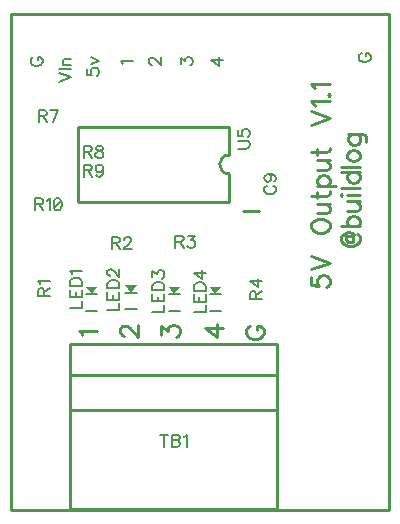
<source format=gbr>
G04 DipTrace 4.0.0.2*
G04 TopSilk.gbr*
%MOIN*%
G04 #@! TF.FileFunction,Legend,Top*
G04 #@! TF.Part,Single*
%ADD10C,0.009843*%
%ADD20C,0.005906*%
%ADD55C,0.006176*%
%ADD56C,0.009264*%
%FSLAX26Y26*%
G04*
G70*
G90*
G75*
G01*
G04 TopSilk*
%LPD*%
X1219271Y1389939D2*
D10*
X1168129D1*
G36*
X662449Y1112449D2*
X681200Y1137449D1*
X643699D1*
D1*
X662449Y1112449D1*
G37*
X681200D2*
D20*
X643699D1*
X681200Y1056199D2*
X643699D1*
G36*
X793700Y1118700D2*
X812451Y1143700D1*
X774949D1*
D1*
X793700Y1118700D1*
G37*
X812451D2*
D20*
X774949D1*
X812451Y1062449D2*
X774949D1*
G36*
X937451Y1112449D2*
X956201Y1137449D1*
X918700D1*
D1*
X937451Y1112449D1*
G37*
X956201D2*
D20*
X918700D1*
X956201Y1056199D2*
X918700D1*
G36*
X1074949Y1112449D2*
X1093700Y1137449D1*
X1056199D1*
D1*
X1074949Y1112449D1*
G37*
X1093700D2*
D20*
X1056199D1*
X1093700Y1056199D2*
X1056199D1*
X393700Y2047243D2*
D10*
Y393700D1*
X1653543D1*
Y2047243D1*
X393700D1*
X590550Y842495D2*
Y728346D1*
X1279527D1*
Y842495D1*
X590550D1*
Y948818D2*
Y397637D1*
X1279527D1*
Y948818D1*
X590550D1*
X1120645Y1671658D2*
X616755D1*
X1120645Y1419691D2*
X616755D1*
Y1671658D2*
Y1419691D1*
X1120645Y1671658D2*
Y1577182D1*
Y1514167D2*
Y1419691D1*
Y1577182D2*
G03X1120645Y1514167I65J-31507D01*
G01*
X1395172Y1171336D2*
D56*
Y1142685D1*
X1420972Y1139833D1*
X1418120Y1142685D1*
X1415202Y1151307D1*
Y1159862D1*
X1418120Y1168484D1*
X1423824Y1174255D1*
X1432446Y1177106D1*
X1438149D1*
X1446772Y1174255D1*
X1452542Y1168484D1*
X1455394Y1159862D1*
Y1151307D1*
X1452542Y1142685D1*
X1449623Y1139833D1*
X1443920Y1136914D1*
X1395106Y1195634D2*
X1455394Y1218581D1*
X1395106Y1241529D1*
Y1335622D2*
X1397957Y1329852D1*
X1403728Y1324148D1*
X1409431Y1321230D1*
X1418053Y1318378D1*
X1432446D1*
X1441001Y1321230D1*
X1446772Y1324148D1*
X1452475Y1329852D1*
X1455394Y1335622D1*
Y1347096D1*
X1452475Y1352799D1*
X1446772Y1358570D1*
X1441001Y1361422D1*
X1432446Y1364273D1*
X1418053D1*
X1409431Y1361422D1*
X1403728Y1358570D1*
X1397957Y1352799D1*
X1395106Y1347096D1*
Y1335622D1*
X1415202Y1382801D2*
X1443920D1*
X1452475Y1385652D1*
X1455394Y1391423D1*
Y1400045D1*
X1452475Y1405748D1*
X1443920Y1414371D1*
X1415202D2*
X1455394D1*
X1395106Y1441520D2*
X1443920D1*
X1452475Y1444372D1*
X1455394Y1450142D1*
Y1455846D1*
X1415202Y1432898D2*
Y1452994D1*
Y1474373D2*
X1475490D1*
X1423824D2*
X1418120Y1480143D1*
X1415202Y1485847D1*
Y1494469D1*
X1418120Y1500239D1*
X1423824Y1505943D1*
X1432446Y1508861D1*
X1438216D1*
X1446772Y1505943D1*
X1452542Y1500239D1*
X1455394Y1494469D1*
Y1485847D1*
X1452542Y1480143D1*
X1446772Y1474373D1*
X1415202Y1527388D2*
X1443920D1*
X1452475Y1530240D1*
X1455394Y1536010D1*
Y1544632D1*
X1452475Y1550336D1*
X1443920Y1558958D1*
X1415202D2*
X1455394D1*
X1395106Y1586107D2*
X1443920D1*
X1452475Y1588959D1*
X1455394Y1594729D1*
Y1600433D1*
X1415202Y1577485D2*
Y1597581D1*
X1395106Y1677281D2*
X1455394Y1700229D1*
X1395106Y1723177D1*
X1406646Y1741704D2*
X1403728Y1747474D1*
X1395172Y1756096D1*
X1455394D1*
X1449623Y1777475D2*
X1452542Y1774623D1*
X1455394Y1777475D1*
X1452542Y1780393D1*
X1449623Y1777475D1*
X1406646Y1798921D2*
X1403728Y1804691D1*
X1395172Y1813313D1*
X1455394D1*
X1509495Y1305984D2*
Y1297362D1*
X1512347Y1291659D1*
X1515199Y1288740D1*
X1520969Y1285888D1*
X1532443D1*
X1535295Y1288740D1*
Y1294510D1*
X1532443Y1305984D1*
X1538147Y1308836D1*
Y1311688D1*
X1532443Y1317458D1*
X1518117Y1320310D1*
X1509495Y1317458D1*
X1503725Y1314606D1*
X1498021Y1308836D1*
X1495169Y1303133D1*
Y1291659D1*
X1498021Y1285888D1*
X1503725Y1280185D1*
X1509495Y1277266D1*
X1518117Y1274414D1*
X1532443D1*
X1541065Y1277266D1*
X1546769Y1280185D1*
X1552539Y1285888D1*
X1555391Y1291659D1*
Y1303133D1*
X1552539Y1308836D1*
X1546769Y1314606D1*
X1506643Y1305984D2*
X1532443D1*
X1495103Y1338837D2*
X1555391D1*
X1523821D2*
X1518051Y1344608D1*
X1515199Y1350311D1*
Y1358933D1*
X1518051Y1364637D1*
X1523821Y1370407D1*
X1532443Y1373259D1*
X1538147D1*
X1546769Y1370407D1*
X1552473Y1364637D1*
X1555391Y1358933D1*
Y1350311D1*
X1552473Y1344608D1*
X1546769Y1338837D1*
X1515199Y1391786D2*
X1543917D1*
X1552473Y1394638D1*
X1555391Y1400408D1*
Y1409030D1*
X1552473Y1414734D1*
X1543917Y1423356D1*
X1515199D2*
X1555391D1*
X1495103Y1441883D2*
X1497955Y1444735D1*
X1495103Y1447654D1*
X1492185Y1444735D1*
X1495103Y1441883D1*
X1515199Y1444735D2*
X1555391D1*
X1495103Y1466181D2*
X1555391D1*
X1495103Y1519130D2*
X1555391D1*
X1523821D2*
X1518051Y1513426D1*
X1515199Y1507656D1*
Y1499034D1*
X1518051Y1493330D1*
X1523821Y1487560D1*
X1532443Y1484708D1*
X1538147D1*
X1546769Y1487560D1*
X1552473Y1493330D1*
X1555391Y1499034D1*
Y1507656D1*
X1552473Y1513426D1*
X1546769Y1519130D1*
X1495103Y1537657D2*
X1555391D1*
X1515199Y1570510D2*
X1518051Y1564806D1*
X1523821Y1559036D1*
X1532443Y1556184D1*
X1538147D1*
X1546769Y1559036D1*
X1552473Y1564806D1*
X1555391Y1570510D1*
Y1579132D1*
X1552473Y1584902D1*
X1546769Y1590606D1*
X1538147Y1593524D1*
X1532443D1*
X1523821Y1590606D1*
X1518051Y1584902D1*
X1515199Y1579132D1*
Y1570510D1*
X1518051Y1646473D2*
X1564013D1*
X1572569Y1643621D1*
X1575487Y1640769D1*
X1578339Y1634999D1*
Y1626377D1*
X1575487Y1620673D1*
X1526673Y1646473D2*
X1520969Y1640769D1*
X1518051Y1634999D1*
Y1626377D1*
X1520969Y1620673D1*
X1526673Y1614903D1*
X1535295Y1612051D1*
X1541065D1*
X1549621Y1614903D1*
X1555391Y1620673D1*
X1558243Y1626377D1*
Y1634999D1*
X1555391Y1640769D1*
X1549621Y1646473D1*
X1562243Y1915757D2*
D55*
X1558440Y1913855D1*
X1554593Y1910009D1*
X1552692Y1906206D1*
Y1898557D1*
X1554593Y1894710D1*
X1558440Y1890908D1*
X1562243Y1888962D1*
X1567991Y1887061D1*
X1577586D1*
X1583289Y1888962D1*
X1587136Y1890908D1*
X1590939Y1894710D1*
X1592884Y1898557D1*
Y1906206D1*
X1590939Y1910009D1*
X1587136Y1913855D1*
X1583289Y1915757D1*
X1577586D1*
Y1906206D1*
X646536Y1864112D2*
Y1845011D1*
X663735Y1843110D1*
X661834Y1845011D1*
X659889Y1850759D1*
Y1856463D1*
X661834Y1862211D1*
X665637Y1866058D1*
X671385Y1867959D1*
X675187D1*
X680935Y1866058D1*
X684782Y1862211D1*
X686683Y1856463D1*
Y1850759D1*
X684782Y1845011D1*
X682837Y1843110D1*
X679034Y1841164D1*
X659889Y1880311D2*
X686683Y1891807D1*
X659889Y1903258D1*
X468542Y1903257D2*
X464739Y1901355D1*
X460893Y1897509D1*
X458991Y1893706D1*
Y1886057D1*
X460893Y1882210D1*
X464739Y1878408D1*
X468542Y1876462D1*
X474290Y1874561D1*
X483885D1*
X489589Y1876462D1*
X493435Y1878408D1*
X497238Y1882210D1*
X499183Y1886057D1*
Y1893706D1*
X497238Y1897509D1*
X493435Y1901355D1*
X489589Y1903257D1*
X483885D1*
Y1893706D1*
X766685Y1881162D2*
X764739Y1885009D1*
X759036Y1890757D1*
X799183D1*
X862337Y1878408D2*
X860436D1*
X856589Y1880309D1*
X854688Y1882210D1*
X852786Y1886057D1*
Y1893706D1*
X854688Y1897509D1*
X856589Y1899410D1*
X860436Y1901356D1*
X864238D1*
X868085Y1899410D1*
X873789Y1895608D1*
X892934Y1876462D1*
Y1903257D1*
X959036Y1880309D2*
Y1901312D1*
X974334Y1889860D1*
Y1895608D1*
X976235Y1899410D1*
X978137Y1901312D1*
X983885Y1903257D1*
X987687D1*
X993435Y1901312D1*
X997282Y1897509D1*
X999183Y1891761D1*
Y1886013D1*
X997282Y1880309D1*
X995337Y1878408D1*
X991534Y1876462D1*
X1099183Y1893706D2*
X1059036D1*
X1085786Y1874561D1*
Y1903257D1*
X552742Y1820661D2*
X592934Y1835959D1*
X552742Y1851258D1*
Y1863609D2*
X592934D1*
X566139Y1875961D2*
X592934D1*
X573789D2*
X568041Y1881709D1*
X566139Y1885555D1*
Y1891259D1*
X568041Y1895106D1*
X573789Y1897007D1*
X592934D1*
X631646Y977519D2*
D56*
X628728Y983290D1*
X620172Y991912D1*
X680394D1*
X771998Y974187D2*
X769146D1*
X763376Y977039D1*
X760524Y979891D1*
X757672Y985661D1*
Y997135D1*
X760524Y1002839D1*
X763376Y1005691D1*
X769146Y1008609D1*
X774850D1*
X780620Y1005691D1*
X789176Y999987D1*
X817894Y971269D1*
Y1011461D1*
X895172Y977039D2*
Y1008543D1*
X918120Y991365D1*
Y999987D1*
X920972Y1005691D1*
X923824Y1008543D1*
X932446Y1011461D1*
X938149D1*
X946772Y1008543D1*
X952542Y1002839D1*
X955394Y994217D1*
Y985595D1*
X952542Y977039D1*
X949623Y974187D1*
X943920Y971269D1*
X1099144Y999987D2*
X1038923D1*
X1079048Y971269D1*
Y1014313D1*
X1190682Y1008063D2*
X1184978Y1005211D1*
X1179208Y999441D1*
X1176356Y993737D1*
Y982264D1*
X1179208Y976493D1*
X1184978Y970790D1*
X1190682Y967871D1*
X1199304Y965019D1*
X1213696D1*
X1222252Y967871D1*
X1228022Y970790D1*
X1233726Y976493D1*
X1236644Y982264D1*
Y993737D1*
X1233726Y999441D1*
X1228022Y1005211D1*
X1222252Y1008063D1*
X1213696D1*
Y993737D1*
X1246395Y1475290D2*
D55*
X1242593Y1473389D1*
X1238746Y1469542D1*
X1236845Y1465740D1*
Y1458091D1*
X1238746Y1454244D1*
X1242593Y1450441D1*
X1246395Y1448496D1*
X1252143Y1446594D1*
X1261738D1*
X1267442Y1448496D1*
X1271289Y1450441D1*
X1275091Y1454244D1*
X1277037Y1458091D1*
Y1465740D1*
X1275091Y1469542D1*
X1271289Y1473389D1*
X1267442Y1475290D1*
X1250242Y1512535D2*
X1255990Y1510590D1*
X1259837Y1506787D1*
X1261738Y1501039D1*
Y1499138D1*
X1259837Y1493390D1*
X1255990Y1489587D1*
X1250242Y1487642D1*
X1248341D1*
X1242593Y1489587D1*
X1238790Y1493390D1*
X1236889Y1499138D1*
Y1501039D1*
X1238790Y1506787D1*
X1242593Y1510590D1*
X1250242Y1512535D1*
X1259837D1*
X1269387Y1510590D1*
X1275135Y1506787D1*
X1277037Y1501039D1*
Y1497237D1*
X1275135Y1491489D1*
X1271289Y1489587D1*
X589993Y1068683D2*
X630185D1*
Y1091631D1*
X589993Y1128832D2*
Y1103983D1*
X630185D1*
Y1128832D1*
X609138Y1103983D2*
Y1119281D1*
X589993Y1141183D2*
X630185D1*
Y1154581D1*
X628239Y1160329D1*
X624437Y1164175D1*
X620590Y1166077D1*
X614886Y1167978D1*
X605292D1*
X599544Y1166077D1*
X595741Y1164175D1*
X591894Y1160329D1*
X589993Y1154581D1*
Y1141183D1*
X597686Y1180329D2*
X595741Y1184176D1*
X590037Y1189924D1*
X630185D1*
X714994Y1060085D2*
X755186D1*
Y1083033D1*
X714994Y1120233D2*
Y1095384D1*
X755186D1*
Y1120233D1*
X734140Y1095384D2*
Y1110683D1*
X714994Y1132585D2*
X755186D1*
Y1145982D1*
X753241Y1151730D1*
X749438Y1155577D1*
X745591Y1157478D1*
X739888Y1159379D1*
X730293D1*
X724545Y1157478D1*
X720742Y1155577D1*
X716896Y1151730D1*
X714994Y1145982D1*
Y1132585D1*
X724589Y1173676D2*
X722688D1*
X718841Y1175577D1*
X716940Y1177479D1*
X715038Y1181325D1*
Y1188975D1*
X716940Y1192777D1*
X718841Y1194679D1*
X722688Y1196624D1*
X726490D1*
X730337Y1194679D1*
X736041Y1190876D1*
X755186Y1171731D1*
Y1198525D1*
X864994Y1053834D2*
X905186D1*
Y1076782D1*
X864994Y1113983D2*
Y1089133D1*
X905186D1*
Y1113983D1*
X884140Y1089133D2*
Y1104432D1*
X864994Y1126334D2*
X905186D1*
Y1139731D1*
X903241Y1145479D1*
X899438Y1149326D1*
X895591Y1151227D1*
X889888Y1153129D1*
X880293D1*
X874545Y1151227D1*
X870742Y1149326D1*
X866896Y1145479D1*
X864994Y1139731D1*
Y1126334D1*
X865038Y1169327D2*
Y1190329D1*
X880337Y1178877D1*
Y1184625D1*
X882238Y1188428D1*
X884140Y1190329D1*
X889888Y1192275D1*
X893690D1*
X899438Y1190329D1*
X903285Y1186527D1*
X905186Y1180779D1*
Y1175031D1*
X903285Y1169327D1*
X901339Y1167425D1*
X897537Y1165480D1*
X1002493Y1052883D2*
X1042685D1*
Y1075831D1*
X1002493Y1113032D2*
Y1088183D1*
X1042685D1*
Y1113032D1*
X1021638Y1088183D2*
Y1103481D1*
X1002493Y1125383D2*
X1042685D1*
Y1138781D1*
X1040739Y1144529D1*
X1036937Y1148375D1*
X1033090Y1150277D1*
X1027386Y1152178D1*
X1017792D1*
X1012044Y1150277D1*
X1008241Y1148375D1*
X1004394Y1144529D1*
X1002493Y1138781D1*
Y1125383D1*
X1042685Y1183675D2*
X1002537D1*
X1029288Y1164529D1*
Y1193225D1*
X729477Y1284067D2*
X746677D1*
X752425Y1286013D1*
X754371Y1287914D1*
X756272Y1291717D1*
Y1295563D1*
X754370Y1299366D1*
X752425Y1301311D1*
X746677Y1303212D1*
X729477D1*
X729478Y1263020D1*
X742875Y1284067D2*
X756273Y1263021D1*
X770569Y1293618D2*
Y1295520D1*
X772470Y1299366D1*
X774371Y1301268D1*
X778218Y1303169D1*
X785867D1*
X789670Y1301268D1*
X791571Y1299367D1*
X793517Y1295520D1*
Y1291718D1*
X791571Y1287871D1*
X787769Y1282167D1*
X768624Y1263021D1*
X795419Y1263022D1*
X503333Y1106827D2*
Y1124027D1*
X501387Y1129775D1*
X499486Y1131721D1*
X495683Y1133622D1*
X491836D1*
X488034Y1131720D1*
X486088Y1129775D1*
X484187Y1124027D1*
Y1106827D1*
X524379Y1106828D1*
X503333Y1120225D2*
X524379Y1133622D1*
X491880Y1145973D2*
X489935Y1149820D1*
X484231Y1155568D1*
X524379Y1155569D1*
X941977Y1288447D2*
X959177D1*
X964925Y1290393D1*
X966870Y1292295D1*
X968771Y1296097D1*
Y1299944D1*
X966870Y1303746D1*
X964924Y1305692D1*
X959176Y1307593D1*
X941976Y1307592D1*
X941978Y1267400D1*
X955374Y1288447D2*
X968773Y1267401D1*
X984969Y1307550D2*
X1005972D1*
X994520Y1292251D1*
X1000268Y1292252D1*
X1004071Y1290350D1*
X1005972Y1288449D1*
X1007918Y1282701D1*
Y1278899D1*
X1005973Y1273151D1*
X1002171Y1269304D1*
X996423Y1267402D1*
X990675D1*
X984971Y1269303D1*
X983069Y1271248D1*
X981124Y1275051D1*
X1209581Y1097275D2*
Y1114475D1*
X1207635Y1120223D1*
X1205734Y1122169D1*
X1201931Y1124070D1*
X1198085D1*
X1194282Y1122168D1*
X1192337Y1120223D1*
X1190436Y1114475D1*
Y1097275D1*
X1230628Y1097276D1*
X1209581Y1110673D2*
X1230627Y1124071D1*
X1230626Y1155567D2*
X1190478Y1155566D1*
X1217229Y1136422D1*
Y1165118D1*
X904492Y644897D2*
Y604705D1*
X891095Y644897D2*
X917890D1*
X930241D2*
Y604705D1*
X947485D1*
X953233Y606650D1*
X955135Y608551D1*
X957036Y612354D1*
Y618102D1*
X955135Y621949D1*
X953233Y623850D1*
X947485Y625751D1*
X953233Y627697D1*
X955135Y629598D1*
X957036Y633401D1*
Y637247D1*
X955135Y641050D1*
X953233Y642995D1*
X947485Y644897D1*
X930241D1*
Y625751D2*
X947485D1*
X969387Y637203D2*
X973234Y639149D1*
X978982Y644852D1*
Y604705D1*
X1149566Y1598230D2*
X1178262D1*
X1184010Y1600131D1*
X1187813Y1603978D1*
X1189758Y1609726D1*
Y1613528D1*
X1187813Y1619276D1*
X1184010Y1623123D1*
X1178262Y1625024D1*
X1149566D1*
X1149611Y1660324D2*
Y1641222D1*
X1166811Y1639321D1*
X1164909Y1641222D1*
X1162964Y1646970D1*
Y1652674D1*
X1164909Y1658422D1*
X1168712Y1662269D1*
X1174460Y1664170D1*
X1178262D1*
X1184010Y1662269D1*
X1187857Y1658422D1*
X1189758Y1652674D1*
Y1646970D1*
X1187857Y1641222D1*
X1185912Y1639321D1*
X1182109Y1637376D1*
X485731Y1707197D2*
X502931D1*
X508679Y1709143D1*
X510624Y1711044D1*
X512526Y1714847D1*
Y1718693D1*
X510624Y1722496D1*
X508679Y1724441D1*
X502931Y1726343D1*
X485731D1*
Y1686151D1*
X499128Y1707197D2*
X512526Y1686151D1*
X532526D2*
X551672Y1726299D1*
X524877D1*
X635753Y1588449D2*
X652953D1*
X658701Y1590395D1*
X660646Y1592296D1*
X662548Y1596099D1*
Y1599945D1*
X660646Y1603748D1*
X658701Y1605693D1*
X652953Y1607595D1*
X635753D1*
Y1567403D1*
X649150Y1588449D2*
X662548Y1567403D1*
X684450Y1607551D2*
X678746Y1605649D1*
X676800Y1601847D1*
Y1598000D1*
X678746Y1594197D1*
X682548Y1592252D1*
X690198Y1590351D1*
X695946Y1588449D1*
X699748Y1584603D1*
X701650Y1580800D1*
Y1575052D1*
X699748Y1571249D1*
X697847Y1569304D1*
X692099Y1567403D1*
X684450D1*
X678746Y1569304D1*
X676800Y1571249D1*
X674899Y1575052D1*
Y1580800D1*
X676800Y1584603D1*
X680647Y1588449D1*
X686351Y1590351D1*
X694000Y1592252D1*
X697847Y1594197D1*
X699748Y1598000D1*
Y1601847D1*
X697847Y1605649D1*
X692099Y1607551D1*
X684450D1*
X636682Y1525949D2*
X653881D1*
X659629Y1527895D1*
X661575Y1529796D1*
X663476Y1533599D1*
Y1537445D1*
X661575Y1541248D1*
X659629Y1543193D1*
X653881Y1545095D1*
X636682D1*
Y1504903D1*
X650079Y1525949D2*
X663476Y1504903D1*
X700721Y1531697D2*
X698776Y1525949D1*
X694973Y1522103D1*
X689225Y1520201D1*
X687324D1*
X681576Y1522103D1*
X677773Y1525949D1*
X675828Y1531697D1*
Y1533599D1*
X677773Y1539347D1*
X681576Y1543149D1*
X687324Y1545051D1*
X689225D1*
X694973Y1543149D1*
X698776Y1539347D1*
X700721Y1531697D1*
Y1522103D1*
X698776Y1512552D1*
X694973Y1506804D1*
X689225Y1504903D1*
X685422D1*
X679674Y1506804D1*
X677773Y1510651D1*
X474758Y1413449D2*
X491958D1*
X497706Y1415395D1*
X499651Y1417296D1*
X501553Y1421099D1*
Y1424945D1*
X499651Y1428748D1*
X497706Y1430693D1*
X491958Y1432595D1*
X474758D1*
Y1392403D1*
X488155Y1413449D2*
X501553Y1392403D1*
X513904Y1424901D2*
X517751Y1426847D1*
X523499Y1432551D1*
Y1392403D1*
X547346Y1432551D2*
X541598Y1430649D1*
X537751Y1424901D1*
X535850Y1415351D1*
Y1409603D1*
X537751Y1400052D1*
X541598Y1394304D1*
X547346Y1392403D1*
X551149D1*
X556897Y1394304D1*
X560699Y1400052D1*
X562645Y1409603D1*
Y1415351D1*
X560699Y1424901D1*
X556897Y1430649D1*
X551149Y1432551D1*
X547346D1*
X560699Y1424901D2*
X537751Y1400052D1*
M02*

</source>
